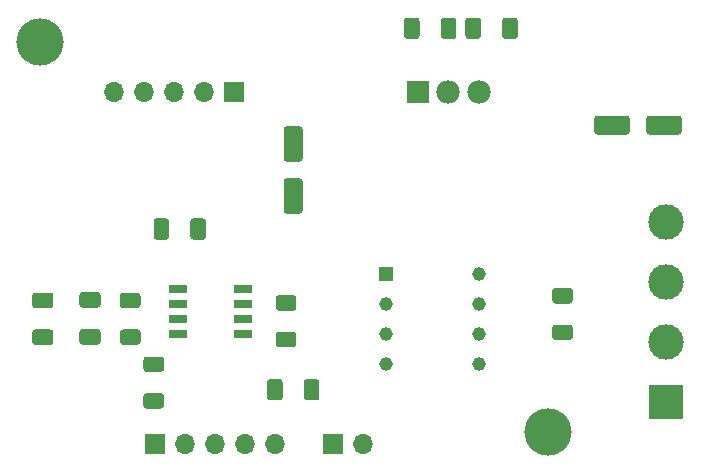
<source format=gts>
%TF.GenerationSoftware,KiCad,Pcbnew,(5.1.12)-1*%
%TF.CreationDate,2022-08-06T16:25:20+02:00*%
%TF.ProjectId,Konwerter,4b6f6e77-6572-4746-9572-2e6b69636164,rev?*%
%TF.SameCoordinates,Original*%
%TF.FileFunction,Soldermask,Top*%
%TF.FilePolarity,Negative*%
%FSLAX46Y46*%
G04 Gerber Fmt 4.6, Leading zero omitted, Abs format (unit mm)*
G04 Created by KiCad (PCBNEW (5.1.12)-1) date 2022-08-06 16:25:20*
%MOMM*%
%LPD*%
G01*
G04 APERTURE LIST*
%ADD10O,1.700000X1.700000*%
%ADD11R,1.700000X1.700000*%
%ADD12C,4.000000*%
%ADD13C,3.000000*%
%ADD14R,3.000000X3.000000*%
%ADD15C,1.980000*%
%ADD16R,1.980000X1.980000*%
%ADD17R,1.525000X0.650000*%
%ADD18C,1.160000*%
%ADD19R,1.160000X1.160000*%
G04 APERTURE END LIST*
D10*
X122340000Y-111000000D03*
D11*
X119800000Y-111000000D03*
D12*
X95000000Y-77000000D03*
X138000000Y-110000000D03*
G36*
G01*
X116425001Y-99700000D02*
X115174999Y-99700000D01*
G75*
G02*
X114925000Y-99450001I0J249999D01*
G01*
X114925000Y-98649999D01*
G75*
G02*
X115174999Y-98400000I249999J0D01*
G01*
X116425001Y-98400000D01*
G75*
G02*
X116675000Y-98649999I0J-249999D01*
G01*
X116675000Y-99450001D01*
G75*
G02*
X116425001Y-99700000I-249999J0D01*
G01*
G37*
G36*
G01*
X116425001Y-102800000D02*
X115174999Y-102800000D01*
G75*
G02*
X114925000Y-102550001I0J249999D01*
G01*
X114925000Y-101749999D01*
G75*
G02*
X115174999Y-101500000I249999J0D01*
G01*
X116425001Y-101500000D01*
G75*
G02*
X116675000Y-101749999I0J-249999D01*
G01*
X116675000Y-102550001D01*
G75*
G02*
X116425001Y-102800000I-249999J0D01*
G01*
G37*
G36*
G01*
X103974999Y-106700000D02*
X105225001Y-106700000D01*
G75*
G02*
X105475000Y-106949999I0J-249999D01*
G01*
X105475000Y-107750001D01*
G75*
G02*
X105225001Y-108000000I-249999J0D01*
G01*
X103974999Y-108000000D01*
G75*
G02*
X103725000Y-107750001I0J249999D01*
G01*
X103725000Y-106949999D01*
G75*
G02*
X103974999Y-106700000I249999J0D01*
G01*
G37*
G36*
G01*
X103974999Y-103600000D02*
X105225001Y-103600000D01*
G75*
G02*
X105475000Y-103849999I0J-249999D01*
G01*
X105475000Y-104650001D01*
G75*
G02*
X105225001Y-104900000I-249999J0D01*
G01*
X103974999Y-104900000D01*
G75*
G02*
X103725000Y-104650001I0J249999D01*
G01*
X103725000Y-103849999D01*
G75*
G02*
X103974999Y-103600000I249999J0D01*
G01*
G37*
G36*
G01*
X138574999Y-100900000D02*
X139825001Y-100900000D01*
G75*
G02*
X140075000Y-101149999I0J-249999D01*
G01*
X140075000Y-101950001D01*
G75*
G02*
X139825001Y-102200000I-249999J0D01*
G01*
X138574999Y-102200000D01*
G75*
G02*
X138325000Y-101950001I0J249999D01*
G01*
X138325000Y-101149999D01*
G75*
G02*
X138574999Y-100900000I249999J0D01*
G01*
G37*
G36*
G01*
X138574999Y-97800000D02*
X139825001Y-97800000D01*
G75*
G02*
X140075000Y-98049999I0J-249999D01*
G01*
X140075000Y-98850001D01*
G75*
G02*
X139825001Y-99100000I-249999J0D01*
G01*
X138574999Y-99100000D01*
G75*
G02*
X138325000Y-98850001I0J249999D01*
G01*
X138325000Y-98049999D01*
G75*
G02*
X138574999Y-97800000I249999J0D01*
G01*
G37*
G36*
G01*
X101974999Y-101300000D02*
X103225001Y-101300000D01*
G75*
G02*
X103475000Y-101549999I0J-249999D01*
G01*
X103475000Y-102350001D01*
G75*
G02*
X103225001Y-102600000I-249999J0D01*
G01*
X101974999Y-102600000D01*
G75*
G02*
X101725000Y-102350001I0J249999D01*
G01*
X101725000Y-101549999D01*
G75*
G02*
X101974999Y-101300000I249999J0D01*
G01*
G37*
G36*
G01*
X101974999Y-98200000D02*
X103225001Y-98200000D01*
G75*
G02*
X103475000Y-98449999I0J-249999D01*
G01*
X103475000Y-99250001D01*
G75*
G02*
X103225001Y-99500000I-249999J0D01*
G01*
X101974999Y-99500000D01*
G75*
G02*
X101725000Y-99250001I0J249999D01*
G01*
X101725000Y-98449999D01*
G75*
G02*
X101974999Y-98200000I249999J0D01*
G01*
G37*
D13*
X148000000Y-92160000D03*
D14*
X148000000Y-107400000D03*
D13*
X148000000Y-97240000D03*
X148000000Y-102320000D03*
D10*
X114820000Y-111000000D03*
X112280000Y-111000000D03*
X109740000Y-111000000D03*
X107200000Y-111000000D03*
D11*
X104660000Y-111000000D03*
D10*
X101240000Y-81200000D03*
X103780000Y-81200000D03*
X106320000Y-81200000D03*
X108860000Y-81200000D03*
D11*
X111400000Y-81200000D03*
D15*
X132100000Y-81200000D03*
X129550000Y-81200000D03*
D16*
X127000000Y-81200000D03*
D17*
X112112000Y-97895000D03*
X112112000Y-99165000D03*
X112112000Y-100435000D03*
X112112000Y-101705000D03*
X106688000Y-101705000D03*
X106688000Y-100435000D03*
X106688000Y-99165000D03*
X106688000Y-97895000D03*
D18*
X132170000Y-96590000D03*
X132170000Y-99130000D03*
X132170000Y-101670000D03*
X132170000Y-104210000D03*
X124230000Y-104210000D03*
X124230000Y-101670000D03*
X124230000Y-99130000D03*
D19*
X124230000Y-96590000D03*
G36*
G01*
X94549998Y-101300000D02*
X95850002Y-101300000D01*
G75*
G02*
X96100000Y-101549998I0J-249998D01*
G01*
X96100000Y-102375002D01*
G75*
G02*
X95850002Y-102625000I-249998J0D01*
G01*
X94549998Y-102625000D01*
G75*
G02*
X94300000Y-102375002I0J249998D01*
G01*
X94300000Y-101549998D01*
G75*
G02*
X94549998Y-101300000I249998J0D01*
G01*
G37*
G36*
G01*
X94549998Y-98175000D02*
X95850002Y-98175000D01*
G75*
G02*
X96100000Y-98424998I0J-249998D01*
G01*
X96100000Y-99250002D01*
G75*
G02*
X95850002Y-99500000I-249998J0D01*
G01*
X94549998Y-99500000D01*
G75*
G02*
X94300000Y-99250002I0J249998D01*
G01*
X94300000Y-98424998D01*
G75*
G02*
X94549998Y-98175000I249998J0D01*
G01*
G37*
G36*
G01*
X105900000Y-92149998D02*
X105900000Y-93450002D01*
G75*
G02*
X105650002Y-93700000I-249998J0D01*
G01*
X104824998Y-93700000D01*
G75*
G02*
X104575000Y-93450002I0J249998D01*
G01*
X104575000Y-92149998D01*
G75*
G02*
X104824998Y-91900000I249998J0D01*
G01*
X105650002Y-91900000D01*
G75*
G02*
X105900000Y-92149998I0J-249998D01*
G01*
G37*
G36*
G01*
X109025000Y-92149998D02*
X109025000Y-93450002D01*
G75*
G02*
X108775002Y-93700000I-249998J0D01*
G01*
X107949998Y-93700000D01*
G75*
G02*
X107700000Y-93450002I0J249998D01*
G01*
X107700000Y-92149998D01*
G75*
G02*
X107949998Y-91900000I249998J0D01*
G01*
X108775002Y-91900000D01*
G75*
G02*
X109025000Y-92149998I0J-249998D01*
G01*
G37*
G36*
G01*
X117300000Y-107050002D02*
X117300000Y-105749998D01*
G75*
G02*
X117549998Y-105500000I249998J0D01*
G01*
X118375002Y-105500000D01*
G75*
G02*
X118625000Y-105749998I0J-249998D01*
G01*
X118625000Y-107050002D01*
G75*
G02*
X118375002Y-107300000I-249998J0D01*
G01*
X117549998Y-107300000D01*
G75*
G02*
X117300000Y-107050002I0J249998D01*
G01*
G37*
G36*
G01*
X114175000Y-107050002D02*
X114175000Y-105749998D01*
G75*
G02*
X114424998Y-105500000I249998J0D01*
G01*
X115250002Y-105500000D01*
G75*
G02*
X115500000Y-105749998I0J-249998D01*
G01*
X115500000Y-107050002D01*
G75*
G02*
X115250002Y-107300000I-249998J0D01*
G01*
X114424998Y-107300000D01*
G75*
G02*
X114175000Y-107050002I0J249998D01*
G01*
G37*
G36*
G01*
X132300000Y-75149998D02*
X132300000Y-76450002D01*
G75*
G02*
X132050002Y-76700000I-249998J0D01*
G01*
X131224998Y-76700000D01*
G75*
G02*
X130975000Y-76450002I0J249998D01*
G01*
X130975000Y-75149998D01*
G75*
G02*
X131224998Y-74900000I249998J0D01*
G01*
X132050002Y-74900000D01*
G75*
G02*
X132300000Y-75149998I0J-249998D01*
G01*
G37*
G36*
G01*
X135425000Y-75149998D02*
X135425000Y-76450002D01*
G75*
G02*
X135175002Y-76700000I-249998J0D01*
G01*
X134349998Y-76700000D01*
G75*
G02*
X134100000Y-76450002I0J249998D01*
G01*
X134100000Y-75149998D01*
G75*
G02*
X134349998Y-74900000I249998J0D01*
G01*
X135175002Y-74900000D01*
G75*
G02*
X135425000Y-75149998I0J-249998D01*
G01*
G37*
G36*
G01*
X116950000Y-87100000D02*
X115850000Y-87100000D01*
G75*
G02*
X115600000Y-86850000I0J250000D01*
G01*
X115600000Y-84350000D01*
G75*
G02*
X115850000Y-84100000I250000J0D01*
G01*
X116950000Y-84100000D01*
G75*
G02*
X117200000Y-84350000I0J-250000D01*
G01*
X117200000Y-86850000D01*
G75*
G02*
X116950000Y-87100000I-250000J0D01*
G01*
G37*
G36*
G01*
X116950000Y-91500000D02*
X115850000Y-91500000D01*
G75*
G02*
X115600000Y-91250000I0J250000D01*
G01*
X115600000Y-88750000D01*
G75*
G02*
X115850000Y-88500000I250000J0D01*
G01*
X116950000Y-88500000D01*
G75*
G02*
X117200000Y-88750000I0J-250000D01*
G01*
X117200000Y-91250000D01*
G75*
G02*
X116950000Y-91500000I-250000J0D01*
G01*
G37*
G36*
G01*
X128900000Y-76450002D02*
X128900000Y-75149998D01*
G75*
G02*
X129149998Y-74900000I249998J0D01*
G01*
X129975002Y-74900000D01*
G75*
G02*
X130225000Y-75149998I0J-249998D01*
G01*
X130225000Y-76450002D01*
G75*
G02*
X129975002Y-76700000I-249998J0D01*
G01*
X129149998Y-76700000D01*
G75*
G02*
X128900000Y-76450002I0J249998D01*
G01*
G37*
G36*
G01*
X125775000Y-76450002D02*
X125775000Y-75149998D01*
G75*
G02*
X126024998Y-74900000I249998J0D01*
G01*
X126850002Y-74900000D01*
G75*
G02*
X127100000Y-75149998I0J-249998D01*
G01*
X127100000Y-76450002D01*
G75*
G02*
X126850002Y-76700000I-249998J0D01*
G01*
X126024998Y-76700000D01*
G75*
G02*
X125775000Y-76450002I0J249998D01*
G01*
G37*
G36*
G01*
X146300000Y-84550000D02*
X146300000Y-83450000D01*
G75*
G02*
X146550000Y-83200000I250000J0D01*
G01*
X149050000Y-83200000D01*
G75*
G02*
X149300000Y-83450000I0J-250000D01*
G01*
X149300000Y-84550000D01*
G75*
G02*
X149050000Y-84800000I-250000J0D01*
G01*
X146550000Y-84800000D01*
G75*
G02*
X146300000Y-84550000I0J250000D01*
G01*
G37*
G36*
G01*
X141900000Y-84550000D02*
X141900000Y-83450000D01*
G75*
G02*
X142150000Y-83200000I250000J0D01*
G01*
X144650000Y-83200000D01*
G75*
G02*
X144900000Y-83450000I0J-250000D01*
G01*
X144900000Y-84550000D01*
G75*
G02*
X144650000Y-84800000I-250000J0D01*
G01*
X142150000Y-84800000D01*
G75*
G02*
X141900000Y-84550000I0J250000D01*
G01*
G37*
G36*
G01*
X98549998Y-101262500D02*
X99850002Y-101262500D01*
G75*
G02*
X100100000Y-101512498I0J-249998D01*
G01*
X100100000Y-102337502D01*
G75*
G02*
X99850002Y-102587500I-249998J0D01*
G01*
X98549998Y-102587500D01*
G75*
G02*
X98300000Y-102337502I0J249998D01*
G01*
X98300000Y-101512498D01*
G75*
G02*
X98549998Y-101262500I249998J0D01*
G01*
G37*
G36*
G01*
X98549998Y-98137500D02*
X99850002Y-98137500D01*
G75*
G02*
X100100000Y-98387498I0J-249998D01*
G01*
X100100000Y-99212502D01*
G75*
G02*
X99850002Y-99462500I-249998J0D01*
G01*
X98549998Y-99462500D01*
G75*
G02*
X98300000Y-99212502I0J249998D01*
G01*
X98300000Y-98387498D01*
G75*
G02*
X98549998Y-98137500I249998J0D01*
G01*
G37*
M02*

</source>
